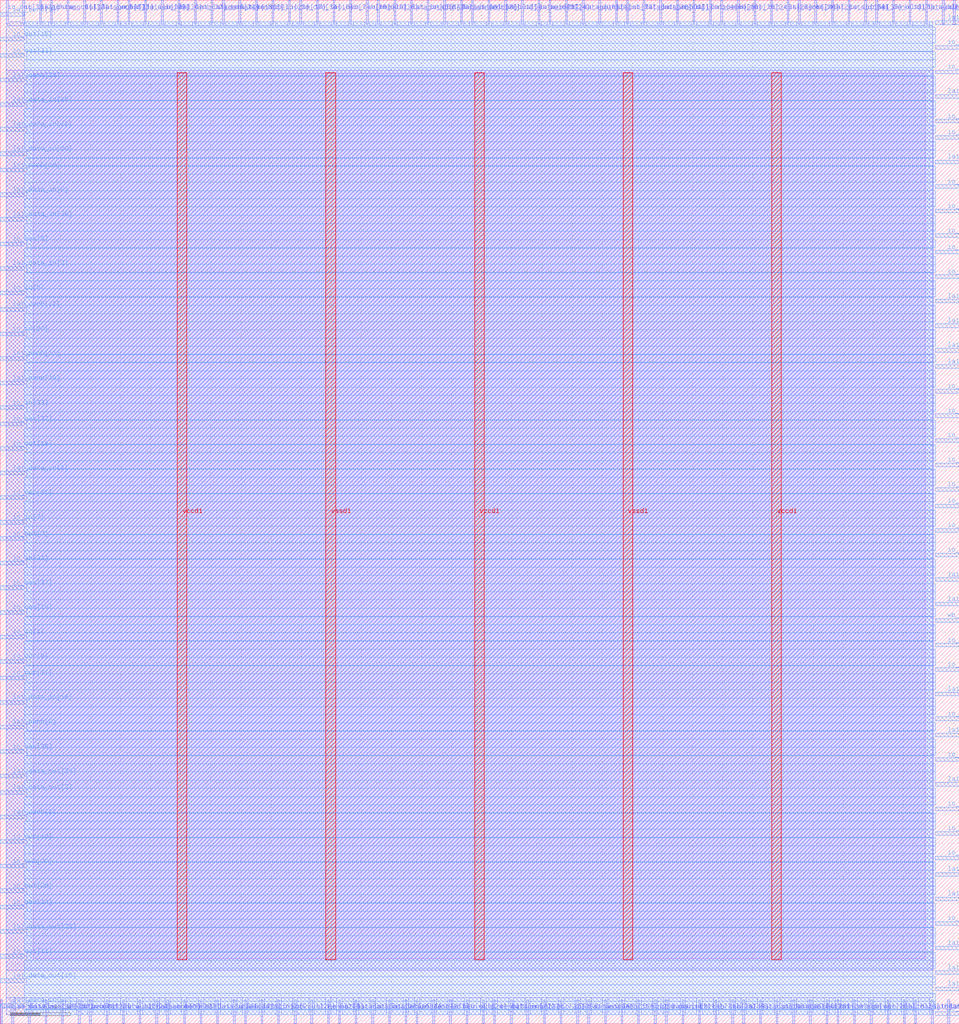
<source format=lef>
VERSION 5.7 ;
  NOWIREEXTENSIONATPIN ON ;
  DIVIDERCHAR "/" ;
  BUSBITCHARS "[]" ;
MACRO wrapped_vga_clock
  CLASS BLOCK ;
  FOREIGN wrapped_vga_clock ;
  ORIGIN 0.000 0.000 ;
  SIZE 159.290 BY 170.010 ;
  PIN active
    DIRECTION INPUT ;
    USE SIGNAL ;
    PORT
      LAYER met2 ;
        RECT 8.370 166.010 8.650 170.010 ;
    END
  END active
  PIN io_in[0]
    DIRECTION INPUT ;
    USE SIGNAL ;
    PORT
      LAYER met2 ;
        RECT 43.330 0.000 43.610 4.000 ;
    END
  END io_in[0]
  PIN io_in[10]
    DIRECTION INPUT ;
    USE SIGNAL ;
    PORT
      LAYER met2 ;
        RECT 96.690 166.010 96.970 170.010 ;
    END
  END io_in[10]
  PIN io_in[11]
    DIRECTION INPUT ;
    USE SIGNAL ;
    PORT
      LAYER met2 ;
        RECT 19.410 166.010 19.690 170.010 ;
    END
  END io_in[11]
  PIN io_in[12]
    DIRECTION INPUT ;
    USE SIGNAL ;
    PORT
      LAYER met3 ;
        RECT 155.290 138.760 159.290 139.360 ;
    END
  END io_in[12]
  PIN io_in[13]
    DIRECTION INPUT ;
    USE SIGNAL ;
    PORT
      LAYER met2 ;
        RECT 67.250 0.000 67.530 4.000 ;
    END
  END io_in[13]
  PIN io_in[14]
    DIRECTION INPUT ;
    USE SIGNAL ;
    PORT
      LAYER met2 ;
        RECT 70.930 166.010 71.210 170.010 ;
    END
  END io_in[14]
  PIN io_in[15]
    DIRECTION INPUT ;
    USE SIGNAL ;
    PORT
      LAYER met3 ;
        RECT 155.290 146.920 159.290 147.520 ;
    END
  END io_in[15]
  PIN io_in[16]
    DIRECTION INPUT ;
    USE SIGNAL ;
    PORT
      LAYER met2 ;
        RECT 151.890 0.000 152.170 4.000 ;
    END
  END io_in[16]
  PIN io_in[17]
    DIRECTION INPUT ;
    USE SIGNAL ;
    PORT
      LAYER met2 ;
        RECT 47.930 166.010 48.210 170.010 ;
    END
  END io_in[17]
  PIN io_in[18]
    DIRECTION INPUT ;
    USE SIGNAL ;
    PORT
      LAYER met2 ;
        RECT 52.530 166.010 52.810 170.010 ;
    END
  END io_in[18]
  PIN io_in[19]
    DIRECTION INPUT ;
    USE SIGNAL ;
    PORT
      LAYER met2 ;
        RECT 121.530 0.000 121.810 4.000 ;
    END
  END io_in[19]
  PIN io_in[1]
    DIRECTION INPUT ;
    USE SIGNAL ;
    PORT
      LAYER met3 ;
        RECT 0.000 63.960 4.000 64.560 ;
    END
  END io_in[1]
  PIN io_in[20]
    DIRECTION INPUT ;
    USE SIGNAL ;
    PORT
      LAYER met3 ;
        RECT 0.000 114.280 4.000 114.880 ;
    END
  END io_in[20]
  PIN io_in[21]
    DIRECTION INPUT ;
    USE SIGNAL ;
    PORT
      LAYER met3 ;
        RECT 0.000 76.200 4.000 76.800 ;
    END
  END io_in[21]
  PIN io_in[22]
    DIRECTION INPUT ;
    USE SIGNAL ;
    PORT
      LAYER met3 ;
        RECT 155.290 35.400 159.290 36.000 ;
    END
  END io_in[22]
  PIN io_in[23]
    DIRECTION INPUT ;
    USE SIGNAL ;
    PORT
      LAYER met2 ;
        RECT 45.170 166.010 45.450 170.010 ;
    END
  END io_in[23]
  PIN io_in[24]
    DIRECTION INPUT ;
    USE SIGNAL ;
    PORT
      LAYER met2 ;
        RECT 36.890 166.010 37.170 170.010 ;
    END
  END io_in[24]
  PIN io_in[25]
    DIRECTION INPUT ;
    USE SIGNAL ;
    PORT
      LAYER met2 ;
        RECT 105.890 0.000 106.170 4.000 ;
    END
  END io_in[25]
  PIN io_in[26]
    DIRECTION INPUT ;
    USE SIGNAL ;
    PORT
      LAYER met2 ;
        RECT 103.130 0.000 103.410 4.000 ;
    END
  END io_in[26]
  PIN io_in[27]
    DIRECTION INPUT ;
    USE SIGNAL ;
    PORT
      LAYER met3 ;
        RECT 155.290 16.360 159.290 16.960 ;
    END
  END io_in[27]
  PIN io_in[28]
    DIRECTION INPUT ;
    USE SIGNAL ;
    PORT
      LAYER met2 ;
        RECT 93.010 0.000 93.290 4.000 ;
    END
  END io_in[28]
  PIN io_in[29]
    DIRECTION INPUT ;
    USE SIGNAL ;
    PORT
      LAYER met2 ;
        RECT 158.330 166.010 158.610 170.010 ;
    END
  END io_in[29]
  PIN io_in[2]
    DIRECTION INPUT ;
    USE SIGNAL ;
    PORT
      LAYER met2 ;
        RECT 46.090 0.000 46.370 4.000 ;
    END
  END io_in[2]
  PIN io_in[30]
    DIRECTION INPUT ;
    USE SIGNAL ;
    PORT
      LAYER met3 ;
        RECT 155.290 50.360 159.290 50.960 ;
    END
  END io_in[30]
  PIN io_in[31]
    DIRECTION INPUT ;
    USE SIGNAL ;
    PORT
      LAYER met2 ;
        RECT 3.770 166.010 4.050 170.010 ;
    END
  END io_in[31]
  PIN io_in[32]
    DIRECTION INPUT ;
    USE SIGNAL ;
    PORT
      LAYER met2 ;
        RECT 87.490 0.000 87.770 4.000 ;
    END
  END io_in[32]
  PIN io_in[33]
    DIRECTION INPUT ;
    USE SIGNAL ;
    PORT
      LAYER met3 ;
        RECT 0.000 102.040 4.000 102.640 ;
    END
  END io_in[33]
  PIN io_in[34]
    DIRECTION INPUT ;
    USE SIGNAL ;
    PORT
      LAYER met2 ;
        RECT 125.210 166.010 125.490 170.010 ;
    END
  END io_in[34]
  PIN io_in[35]
    DIRECTION INPUT ;
    USE SIGNAL ;
    PORT
      LAYER met2 ;
        RECT 140.850 166.010 141.130 170.010 ;
    END
  END io_in[35]
  PIN io_in[36]
    DIRECTION INPUT ;
    USE SIGNAL ;
    PORT
      LAYER met3 ;
        RECT 155.290 96.600 159.290 97.200 ;
    END
  END io_in[36]
  PIN io_in[37]
    DIRECTION INPUT ;
    USE SIGNAL ;
    PORT
      LAYER met2 ;
        RECT 143.610 166.010 143.890 170.010 ;
    END
  END io_in[37]
  PIN io_in[3]
    DIRECTION INPUT ;
    USE SIGNAL ;
    PORT
      LAYER met2 ;
        RECT 99.450 166.010 99.730 170.010 ;
    END
  END io_in[3]
  PIN io_in[4]
    DIRECTION INPUT ;
    USE SIGNAL ;
    PORT
      LAYER met3 ;
        RECT 155.290 92.520 159.290 93.120 ;
    END
  END io_in[4]
  PIN io_in[5]
    DIRECTION INPUT ;
    USE SIGNAL ;
    PORT
      LAYER met3 ;
        RECT 155.290 161.880 159.290 162.480 ;
    END
  END io_in[5]
  PIN io_in[6]
    DIRECTION INPUT ;
    USE SIGNAL ;
    PORT
      LAYER met3 ;
        RECT 0.000 121.080 4.000 121.680 ;
    END
  END io_in[6]
  PIN io_in[7]
    DIRECTION INPUT ;
    USE SIGNAL ;
    PORT
      LAYER met3 ;
        RECT 0.000 83.000 4.000 83.600 ;
    END
  END io_in[7]
  PIN io_in[8]
    DIRECTION INPUT ;
    USE SIGNAL ;
    PORT
      LAYER met3 ;
        RECT 155.290 104.760 159.290 105.360 ;
    END
  END io_in[8]
  PIN io_in[9]
    DIRECTION INPUT ;
    USE SIGNAL ;
    PORT
      LAYER met2 ;
        RECT 42.410 166.010 42.690 170.010 ;
    END
  END io_in[9]
  PIN io_oeb[0]
    DIRECTION OUTPUT TRISTATE ;
    USE SIGNAL ;
    PORT
      LAYER met2 ;
        RECT 74.610 0.000 74.890 4.000 ;
    END
  END io_oeb[0]
  PIN io_oeb[10]
    DIRECTION OUTPUT TRISTATE ;
    USE SIGNAL ;
    PORT
      LAYER met3 ;
        RECT 0.000 68.040 4.000 68.640 ;
    END
  END io_oeb[10]
  PIN io_oeb[11]
    DIRECTION OUTPUT TRISTATE ;
    USE SIGNAL ;
    PORT
      LAYER met3 ;
        RECT 155.290 85.720 159.290 86.320 ;
    END
  END io_oeb[11]
  PIN io_oeb[12]
    DIRECTION OUTPUT TRISTATE ;
    USE SIGNAL ;
    PORT
      LAYER met3 ;
        RECT 155.290 31.320 159.290 31.920 ;
    END
  END io_oeb[12]
  PIN io_oeb[13]
    DIRECTION OUTPUT TRISTATE ;
    USE SIGNAL ;
    PORT
      LAYER met3 ;
        RECT 155.290 27.240 159.290 27.840 ;
    END
  END io_oeb[13]
  PIN io_oeb[14]
    DIRECTION OUTPUT TRISTATE ;
    USE SIGNAL ;
    PORT
      LAYER met3 ;
        RECT 0.000 19.080 4.000 19.680 ;
    END
  END io_oeb[14]
  PIN io_oeb[15]
    DIRECTION OUTPUT TRISTATE ;
    USE SIGNAL ;
    PORT
      LAYER met2 ;
        RECT 58.050 166.010 58.330 170.010 ;
    END
  END io_oeb[15]
  PIN io_oeb[16]
    DIRECTION OUTPUT TRISTATE ;
    USE SIGNAL ;
    PORT
      LAYER met2 ;
        RECT 147.290 0.000 147.570 4.000 ;
    END
  END io_oeb[16]
  PIN io_oeb[17]
    DIRECTION OUTPUT TRISTATE ;
    USE SIGNAL ;
    PORT
      LAYER met2 ;
        RECT 38.730 0.000 39.010 4.000 ;
    END
  END io_oeb[17]
  PIN io_oeb[18]
    DIRECTION OUTPUT TRISTATE ;
    USE SIGNAL ;
    PORT
      LAYER met2 ;
        RECT 119.690 166.010 119.970 170.010 ;
    END
  END io_oeb[18]
  PIN io_oeb[19]
    DIRECTION OUTPUT TRISTATE ;
    USE SIGNAL ;
    PORT
      LAYER met2 ;
        RECT 60.810 166.010 61.090 170.010 ;
    END
  END io_oeb[19]
  PIN io_oeb[1]
    DIRECTION OUTPUT TRISTATE ;
    USE SIGNAL ;
    PORT
      LAYER met2 ;
        RECT 110.490 0.000 110.770 4.000 ;
    END
  END io_oeb[1]
  PIN io_oeb[20]
    DIRECTION OUTPUT TRISTATE ;
    USE SIGNAL ;
    PORT
      LAYER met3 ;
        RECT 155.290 58.520 159.290 59.120 ;
    END
  END io_oeb[20]
  PIN io_oeb[21]
    DIRECTION OUTPUT TRISTATE ;
    USE SIGNAL ;
    PORT
      LAYER met2 ;
        RECT 24.010 166.010 24.290 170.010 ;
    END
  END io_oeb[21]
  PIN io_oeb[22]
    DIRECTION OUTPUT TRISTATE ;
    USE SIGNAL ;
    PORT
      LAYER met2 ;
        RECT 14.810 0.000 15.090 4.000 ;
    END
  END io_oeb[22]
  PIN io_oeb[23]
    DIRECTION OUTPUT TRISTATE ;
    USE SIGNAL ;
    PORT
      LAYER met2 ;
        RECT 89.330 166.010 89.610 170.010 ;
    END
  END io_oeb[23]
  PIN io_oeb[24]
    DIRECTION OUTPUT TRISTATE ;
    USE SIGNAL ;
    PORT
      LAYER met2 ;
        RECT 91.170 166.010 91.450 170.010 ;
    END
  END io_oeb[24]
  PIN io_oeb[25]
    DIRECTION OUTPUT TRISTATE ;
    USE SIGNAL ;
    PORT
      LAYER met2 ;
        RECT 134.410 0.000 134.690 4.000 ;
    END
  END io_oeb[25]
  PIN io_oeb[26]
    DIRECTION OUTPUT TRISTATE ;
    USE SIGNAL ;
    PORT
      LAYER met3 ;
        RECT 155.290 127.880 159.290 128.480 ;
    END
  END io_oeb[26]
  PIN io_oeb[27]
    DIRECTION OUTPUT TRISTATE ;
    USE SIGNAL ;
    PORT
      LAYER met2 ;
        RECT 102.210 166.010 102.490 170.010 ;
    END
  END io_oeb[27]
  PIN io_oeb[28]
    DIRECTION OUTPUT TRISTATE ;
    USE SIGNAL ;
    PORT
      LAYER met2 ;
        RECT 118.770 0.000 119.050 4.000 ;
    END
  END io_oeb[28]
  PIN io_oeb[29]
    DIRECTION OUTPUT TRISTATE ;
    USE SIGNAL ;
    PORT
      LAYER met3 ;
        RECT 155.290 100.680 159.290 101.280 ;
    END
  END io_oeb[29]
  PIN io_oeb[2]
    DIRECTION OUTPUT TRISTATE ;
    USE SIGNAL ;
    PORT
      LAYER met2 ;
        RECT 135.330 166.010 135.610 170.010 ;
    END
  END io_oeb[2]
  PIN io_oeb[30]
    DIRECTION OUTPUT TRISTATE ;
    USE SIGNAL ;
    PORT
      LAYER met2 ;
        RECT 26.770 166.010 27.050 170.010 ;
    END
  END io_oeb[30]
  PIN io_oeb[31]
    DIRECTION OUTPUT TRISTATE ;
    USE SIGNAL ;
    PORT
      LAYER met2 ;
        RECT 116.010 0.000 116.290 4.000 ;
    END
  END io_oeb[31]
  PIN io_oeb[32]
    DIRECTION OUTPUT TRISTATE ;
    USE SIGNAL ;
    PORT
      LAYER met3 ;
        RECT 0.000 99.320 4.000 99.920 ;
    END
  END io_oeb[32]
  PIN io_oeb[33]
    DIRECTION OUTPUT TRISTATE ;
    USE SIGNAL ;
    PORT
      LAYER met2 ;
        RECT 137.170 0.000 137.450 4.000 ;
    END
  END io_oeb[33]
  PIN io_oeb[34]
    DIRECTION OUTPUT TRISTATE ;
    USE SIGNAL ;
    PORT
      LAYER met2 ;
        RECT 49.770 166.010 50.050 170.010 ;
    END
  END io_oeb[34]
  PIN io_oeb[35]
    DIRECTION OUTPUT TRISTATE ;
    USE SIGNAL ;
    PORT
      LAYER met3 ;
        RECT 0.000 87.080 4.000 87.680 ;
    END
  END io_oeb[35]
  PIN io_oeb[36]
    DIRECTION OUTPUT TRISTATE ;
    USE SIGNAL ;
    PORT
      LAYER met3 ;
        RECT 0.000 44.920 4.000 45.520 ;
    END
  END io_oeb[36]
  PIN io_oeb[37]
    DIRECTION OUTPUT TRISTATE ;
    USE SIGNAL ;
    PORT
      LAYER met3 ;
        RECT 0.000 72.120 4.000 72.720 ;
    END
  END io_oeb[37]
  PIN io_oeb[3]
    DIRECTION OUTPUT TRISTATE ;
    USE SIGNAL ;
    PORT
      LAYER met2 ;
        RECT 71.850 0.000 72.130 4.000 ;
    END
  END io_oeb[3]
  PIN io_oeb[4]
    DIRECTION OUTPUT TRISTATE ;
    USE SIGNAL ;
    PORT
      LAYER met2 ;
        RECT 141.770 0.000 142.050 4.000 ;
    END
  END io_oeb[4]
  PIN io_oeb[5]
    DIRECTION OUTPUT TRISTATE ;
    USE SIGNAL ;
    PORT
      LAYER met3 ;
        RECT 0.000 129.240 4.000 129.840 ;
    END
  END io_oeb[5]
  PIN io_oeb[6]
    DIRECTION OUTPUT TRISTATE ;
    USE SIGNAL ;
    PORT
      LAYER met3 ;
        RECT 155.290 43.560 159.290 44.160 ;
    END
  END io_oeb[6]
  PIN io_oeb[7]
    DIRECTION OUTPUT TRISTATE ;
    USE SIGNAL ;
    PORT
      LAYER met2 ;
        RECT 55.290 166.010 55.570 170.010 ;
    END
  END io_oeb[7]
  PIN io_oeb[8]
    DIRECTION OUTPUT TRISTATE ;
    USE SIGNAL ;
    PORT
      LAYER met2 ;
        RECT 12.970 0.000 13.250 4.000 ;
    END
  END io_oeb[8]
  PIN io_oeb[9]
    DIRECTION OUTPUT TRISTATE ;
    USE SIGNAL ;
    PORT
      LAYER met2 ;
        RECT 30.450 0.000 30.730 4.000 ;
    END
  END io_oeb[9]
  PIN io_out[0]
    DIRECTION OUTPUT TRISTATE ;
    USE SIGNAL ;
    PORT
      LAYER met3 ;
        RECT 155.290 157.800 159.290 158.400 ;
    END
  END io_out[0]
  PIN io_out[10]
    DIRECTION OUTPUT TRISTATE ;
    USE SIGNAL ;
    PORT
      LAYER met3 ;
        RECT 155.290 81.640 159.290 82.240 ;
    END
  END io_out[10]
  PIN io_out[11]
    DIRECTION OUTPUT TRISTATE ;
    USE SIGNAL ;
    PORT
      LAYER met3 ;
        RECT 0.000 10.920 4.000 11.520 ;
    END
  END io_out[11]
  PIN io_out[12]
    DIRECTION OUTPUT TRISTATE ;
    USE SIGNAL ;
    PORT
      LAYER met3 ;
        RECT 0.000 29.960 4.000 30.560 ;
    END
  END io_out[12]
  PIN io_out[13]
    DIRECTION OUTPUT TRISTATE ;
    USE SIGNAL ;
    PORT
      LAYER met2 ;
        RECT 113.250 0.000 113.530 4.000 ;
    END
  END io_out[13]
  PIN io_out[14]
    DIRECTION OUTPUT TRISTATE ;
    USE SIGNAL ;
    PORT
      LAYER met3 ;
        RECT 155.290 130.600 159.290 131.200 ;
    END
  END io_out[14]
  PIN io_out[15]
    DIRECTION OUTPUT TRISTATE ;
    USE SIGNAL ;
    PORT
      LAYER met3 ;
        RECT 0.000 163.240 4.000 163.840 ;
    END
  END io_out[15]
  PIN io_out[16]
    DIRECTION OUTPUT TRISTATE ;
    USE SIGNAL ;
    PORT
      LAYER met3 ;
        RECT 155.290 77.560 159.290 78.160 ;
    END
  END io_out[16]
  PIN io_out[17]
    DIRECTION OUTPUT TRISTATE ;
    USE SIGNAL ;
    PORT
      LAYER met2 ;
        RECT 148.210 166.010 148.490 170.010 ;
    END
  END io_out[17]
  PIN io_out[18]
    DIRECTION OUTPUT TRISTATE ;
    USE SIGNAL ;
    PORT
      LAYER met2 ;
        RECT 131.650 0.000 131.930 4.000 ;
    END
  END io_out[18]
  PIN io_out[19]
    DIRECTION OUTPUT TRISTATE ;
    USE SIGNAL ;
    PORT
      LAYER met3 ;
        RECT 0.000 95.240 4.000 95.840 ;
    END
  END io_out[19]
  PIN io_out[1]
    DIRECTION OUTPUT TRISTATE ;
    USE SIGNAL ;
    PORT
      LAYER met2 ;
        RECT 112.330 166.010 112.610 170.010 ;
    END
  END io_out[1]
  PIN io_out[20]
    DIRECTION OUTPUT TRISTATE ;
    USE SIGNAL ;
    PORT
      LAYER met2 ;
        RECT 132.570 166.010 132.850 170.010 ;
    END
  END io_out[20]
  PIN io_out[21]
    DIRECTION OUTPUT TRISTATE ;
    USE SIGNAL ;
    PORT
      LAYER met3 ;
        RECT 0.000 160.520 4.000 161.120 ;
    END
  END io_out[21]
  PIN io_out[22]
    DIRECTION OUTPUT TRISTATE ;
    USE SIGNAL ;
    PORT
      LAYER met2 ;
        RECT 90.250 0.000 90.530 4.000 ;
    END
  END io_out[22]
  PIN io_out[23]
    DIRECTION OUTPUT TRISTATE ;
    USE SIGNAL ;
    PORT
      LAYER met3 ;
        RECT 155.290 62.600 159.290 63.200 ;
    END
  END io_out[23]
  PIN io_out[24]
    DIRECTION OUTPUT TRISTATE ;
    USE SIGNAL ;
    PORT
      LAYER met2 ;
        RECT 77.370 0.000 77.650 4.000 ;
    END
  END io_out[24]
  PIN io_out[25]
    DIRECTION OUTPUT TRISTATE ;
    USE SIGNAL ;
    PORT
      LAYER met2 ;
        RECT 122.450 166.010 122.730 170.010 ;
    END
  END io_out[25]
  PIN io_out[26]
    DIRECTION OUTPUT TRISTATE ;
    USE SIGNAL ;
    PORT
      LAYER met3 ;
        RECT 0.000 21.800 4.000 22.400 ;
    END
  END io_out[26]
  PIN io_out[27]
    DIRECTION OUTPUT TRISTATE ;
    USE SIGNAL ;
    PORT
      LAYER met2 ;
        RECT 127.970 166.010 128.250 170.010 ;
    END
  END io_out[27]
  PIN io_out[28]
    DIRECTION OUTPUT TRISTATE ;
    USE SIGNAL ;
    PORT
      LAYER met2 ;
        RECT 48.850 0.000 49.130 4.000 ;
    END
  END io_out[28]
  PIN io_out[29]
    DIRECTION OUTPUT TRISTATE ;
    USE SIGNAL ;
    PORT
      LAYER met2 ;
        RECT 144.530 0.000 144.810 4.000 ;
    END
  END io_out[29]
  PIN io_out[2]
    DIRECTION OUTPUT TRISTATE ;
    USE SIGNAL ;
    PORT
      LAYER met2 ;
        RECT 20.330 0.000 20.610 4.000 ;
    END
  END io_out[2]
  PIN io_out[30]
    DIRECTION OUTPUT TRISTATE ;
    USE SIGNAL ;
    PORT
      LAYER met3 ;
        RECT 0.000 25.880 4.000 26.480 ;
    END
  END io_out[30]
  PIN io_out[31]
    DIRECTION OUTPUT TRISTATE ;
    USE SIGNAL ;
    PORT
      LAYER met3 ;
        RECT 0.000 57.160 4.000 57.760 ;
    END
  END io_out[31]
  PIN io_out[32]
    DIRECTION OUTPUT TRISTATE ;
    USE SIGNAL ;
    PORT
      LAYER met2 ;
        RECT 11.130 166.010 11.410 170.010 ;
    END
  END io_out[32]
  PIN io_out[33]
    DIRECTION OUTPUT TRISTATE ;
    USE SIGNAL ;
    PORT
      LAYER met3 ;
        RECT 155.290 1.400 159.290 2.000 ;
    END
  END io_out[33]
  PIN io_out[34]
    DIRECTION OUTPUT TRISTATE ;
    USE SIGNAL ;
    PORT
      LAYER met3 ;
        RECT 155.290 134.680 159.290 135.280 ;
    END
  END io_out[34]
  PIN io_out[35]
    DIRECTION OUTPUT TRISTATE ;
    USE SIGNAL ;
    PORT
      LAYER met3 ;
        RECT 155.290 123.800 159.290 124.400 ;
    END
  END io_out[35]
  PIN io_out[36]
    DIRECTION OUTPUT TRISTATE ;
    USE SIGNAL ;
    PORT
      LAYER met2 ;
        RECT 62.650 166.010 62.930 170.010 ;
    END
  END io_out[36]
  PIN io_out[37]
    DIRECTION OUTPUT TRISTATE ;
    USE SIGNAL ;
    PORT
      LAYER met3 ;
        RECT 155.290 149.640 159.290 150.240 ;
    END
  END io_out[37]
  PIN io_out[3]
    DIRECTION OUTPUT TRISTATE ;
    USE SIGNAL ;
    PORT
      LAYER met2 ;
        RECT 1.010 166.010 1.290 170.010 ;
    END
  END io_out[3]
  PIN io_out[4]
    DIRECTION OUTPUT TRISTATE ;
    USE SIGNAL ;
    PORT
      LAYER met3 ;
        RECT 155.290 88.440 159.290 89.040 ;
    END
  END io_out[4]
  PIN io_out[5]
    DIRECTION OUTPUT TRISTATE ;
    USE SIGNAL ;
    PORT
      LAYER met2 ;
        RECT 83.810 166.010 84.090 170.010 ;
    END
  END io_out[5]
  PIN io_out[6]
    DIRECTION OUTPUT TRISTATE ;
    USE SIGNAL ;
    PORT
      LAYER met2 ;
        RECT 153.730 166.010 154.010 170.010 ;
    END
  END io_out[6]
  PIN io_out[7]
    DIRECTION OUTPUT TRISTATE ;
    USE SIGNAL ;
    PORT
      LAYER met3 ;
        RECT 0.000 80.280 4.000 80.880 ;
    END
  END io_out[7]
  PIN io_out[8]
    DIRECTION OUTPUT TRISTATE ;
    USE SIGNAL ;
    PORT
      LAYER met2 ;
        RECT 54.370 0.000 54.650 4.000 ;
    END
  END io_out[8]
  PIN io_out[9]
    DIRECTION OUTPUT TRISTATE ;
    USE SIGNAL ;
    PORT
      LAYER met3 ;
        RECT 0.000 59.880 4.000 60.480 ;
    END
  END io_out[9]
  PIN la1_data_in[0]
    DIRECTION INPUT ;
    USE SIGNAL ;
    PORT
      LAYER met3 ;
        RECT 155.290 5.480 159.290 6.080 ;
    END
  END la1_data_in[0]
  PIN la1_data_in[10]
    DIRECTION INPUT ;
    USE SIGNAL ;
    PORT
      LAYER met2 ;
        RECT 61.730 0.000 62.010 4.000 ;
    END
  END la1_data_in[10]
  PIN la1_data_in[11]
    DIRECTION INPUT ;
    USE SIGNAL ;
    PORT
      LAYER met2 ;
        RECT 157.410 0.000 157.690 4.000 ;
    END
  END la1_data_in[11]
  PIN la1_data_in[12]
    DIRECTION INPUT ;
    USE SIGNAL ;
    PORT
      LAYER met3 ;
        RECT 0.000 148.280 4.000 148.880 ;
    END
  END la1_data_in[12]
  PIN la1_data_in[13]
    DIRECTION INPUT ;
    USE SIGNAL ;
    PORT
      LAYER met2 ;
        RECT 95.770 0.000 96.050 4.000 ;
    END
  END la1_data_in[13]
  PIN la1_data_in[14]
    DIRECTION INPUT ;
    USE SIGNAL ;
    PORT
      LAYER met3 ;
        RECT 0.000 53.080 4.000 53.680 ;
    END
  END la1_data_in[14]
  PIN la1_data_in[15]
    DIRECTION INPUT ;
    USE SIGNAL ;
    PORT
      LAYER met2 ;
        RECT 65.410 166.010 65.690 170.010 ;
    END
  END la1_data_in[15]
  PIN la1_data_in[16]
    DIRECTION INPUT ;
    USE SIGNAL ;
    PORT
      LAYER met2 ;
        RECT 106.810 166.010 107.090 170.010 ;
    END
  END la1_data_in[16]
  PIN la1_data_in[17]
    DIRECTION INPUT ;
    USE SIGNAL ;
    PORT
      LAYER met2 ;
        RECT 86.570 166.010 86.850 170.010 ;
    END
  END la1_data_in[17]
  PIN la1_data_in[18]
    DIRECTION INPUT ;
    USE SIGNAL ;
    PORT
      LAYER met2 ;
        RECT 123.370 0.000 123.650 4.000 ;
    END
  END la1_data_in[18]
  PIN la1_data_in[19]
    DIRECTION INPUT ;
    USE SIGNAL ;
    PORT
      LAYER met2 ;
        RECT 68.170 166.010 68.450 170.010 ;
    END
  END la1_data_in[19]
  PIN la1_data_in[1]
    DIRECTION INPUT ;
    USE SIGNAL ;
    PORT
      LAYER met2 ;
        RECT 56.210 0.000 56.490 4.000 ;
    END
  END la1_data_in[1]
  PIN la1_data_in[20]
    DIRECTION INPUT ;
    USE SIGNAL ;
    PORT
      LAYER met3 ;
        RECT 0.000 144.200 4.000 144.800 ;
    END
  END la1_data_in[20]
  PIN la1_data_in[21]
    DIRECTION INPUT ;
    USE SIGNAL ;
    PORT
      LAYER met2 ;
        RECT 156.490 166.010 156.770 170.010 ;
    END
  END la1_data_in[21]
  PIN la1_data_in[22]
    DIRECTION INPUT ;
    USE SIGNAL ;
    PORT
      LAYER met3 ;
        RECT 155.290 8.200 159.290 8.800 ;
    END
  END la1_data_in[22]
  PIN la1_data_in[23]
    DIRECTION INPUT ;
    USE SIGNAL ;
    PORT
      LAYER met3 ;
        RECT 0.000 2.760 4.000 3.360 ;
    END
  END la1_data_in[23]
  PIN la1_data_in[24]
    DIRECTION INPUT ;
    USE SIGNAL ;
    PORT
      LAYER met2 ;
        RECT 40.570 0.000 40.850 4.000 ;
    END
  END la1_data_in[24]
  PIN la1_data_in[25]
    DIRECTION INPUT ;
    USE SIGNAL ;
    PORT
      LAYER met3 ;
        RECT 0.000 152.360 4.000 152.960 ;
    END
  END la1_data_in[25]
  PIN la1_data_in[26]
    DIRECTION INPUT ;
    USE SIGNAL ;
    PORT
      LAYER met2 ;
        RECT 150.050 0.000 150.330 4.000 ;
    END
  END la1_data_in[26]
  PIN la1_data_in[27]
    DIRECTION INPUT ;
    USE SIGNAL ;
    PORT
      LAYER met2 ;
        RECT 81.970 0.000 82.250 4.000 ;
    END
  END la1_data_in[27]
  PIN la1_data_in[28]
    DIRECTION INPUT ;
    USE SIGNAL ;
    PORT
      LAYER met3 ;
        RECT 0.000 133.320 4.000 133.920 ;
    END
  END la1_data_in[28]
  PIN la1_data_in[29]
    DIRECTION INPUT ;
    USE SIGNAL ;
    PORT
      LAYER met2 ;
        RECT 21.250 166.010 21.530 170.010 ;
    END
  END la1_data_in[29]
  PIN la1_data_in[2]
    DIRECTION INPUT ;
    USE SIGNAL ;
    PORT
      LAYER met2 ;
        RECT 33.210 0.000 33.490 4.000 ;
    END
  END la1_data_in[2]
  PIN la1_data_in[30]
    DIRECTION INPUT ;
    USE SIGNAL ;
    PORT
      LAYER met2 ;
        RECT 4.690 0.000 4.970 4.000 ;
    END
  END la1_data_in[30]
  PIN la1_data_in[31]
    DIRECTION INPUT ;
    USE SIGNAL ;
    PORT
      LAYER met2 ;
        RECT 108.650 0.000 108.930 4.000 ;
    END
  END la1_data_in[31]
  PIN la1_data_in[3]
    DIRECTION INPUT ;
    USE SIGNAL ;
    PORT
      LAYER met3 ;
        RECT 0.000 125.160 4.000 125.760 ;
    END
  END la1_data_in[3]
  PIN la1_data_in[4]
    DIRECTION INPUT ;
    USE SIGNAL ;
    PORT
      LAYER met2 ;
        RECT 138.090 166.010 138.370 170.010 ;
    END
  END la1_data_in[4]
  PIN la1_data_in[5]
    DIRECTION INPUT ;
    USE SIGNAL ;
    PORT
      LAYER met3 ;
        RECT 155.290 69.400 159.290 70.000 ;
    END
  END la1_data_in[5]
  PIN la1_data_in[6]
    DIRECTION INPUT ;
    USE SIGNAL ;
    PORT
      LAYER met2 ;
        RECT 73.690 166.010 73.970 170.010 ;
    END
  END la1_data_in[6]
  PIN la1_data_in[7]
    DIRECTION INPUT ;
    USE SIGNAL ;
    PORT
      LAYER met3 ;
        RECT 0.000 91.160 4.000 91.760 ;
    END
  END la1_data_in[7]
  PIN la1_data_in[8]
    DIRECTION INPUT ;
    USE SIGNAL ;
    PORT
      LAYER met2 ;
        RECT 76.450 166.010 76.730 170.010 ;
    END
  END la1_data_in[8]
  PIN la1_data_in[9]
    DIRECTION INPUT ;
    USE SIGNAL ;
    PORT
      LAYER met3 ;
        RECT 0.000 137.400 4.000 138.000 ;
    END
  END la1_data_in[9]
  PIN la1_data_out[0]
    DIRECTION OUTPUT TRISTATE ;
    USE SIGNAL ;
    PORT
      LAYER met2 ;
        RECT 23.090 0.000 23.370 4.000 ;
    END
  END la1_data_out[0]
  PIN la1_data_out[10]
    DIRECTION OUTPUT TRISTATE ;
    USE SIGNAL ;
    PORT
      LAYER met3 ;
        RECT 155.290 20.440 159.290 21.040 ;
    END
  END la1_data_out[10]
  PIN la1_data_out[11]
    DIRECTION OUTPUT TRISTATE ;
    USE SIGNAL ;
    PORT
      LAYER met2 ;
        RECT 64.490 0.000 64.770 4.000 ;
    END
  END la1_data_out[11]
  PIN la1_data_out[12]
    DIRECTION OUTPUT TRISTATE ;
    USE SIGNAL ;
    PORT
      LAYER met3 ;
        RECT 155.290 153.720 159.290 154.320 ;
    END
  END la1_data_out[12]
  PIN la1_data_out[13]
    DIRECTION OUTPUT TRISTATE ;
    USE SIGNAL ;
    PORT
      LAYER met2 ;
        RECT 32.290 166.010 32.570 170.010 ;
    END
  END la1_data_out[13]
  PIN la1_data_out[14]
    DIRECTION OUTPUT TRISTATE ;
    USE SIGNAL ;
    PORT
      LAYER met2 ;
        RECT 93.930 166.010 94.210 170.010 ;
    END
  END la1_data_out[14]
  PIN la1_data_out[15]
    DIRECTION OUTPUT TRISTATE ;
    USE SIGNAL ;
    PORT
      LAYER met3 ;
        RECT 0.000 6.840 4.000 7.440 ;
    END
  END la1_data_out[15]
  PIN la1_data_out[16]
    DIRECTION OUTPUT TRISTATE ;
    USE SIGNAL ;
    PORT
      LAYER met3 ;
        RECT 155.290 39.480 159.290 40.080 ;
    END
  END la1_data_out[16]
  PIN la1_data_out[17]
    DIRECTION OUTPUT TRISTATE ;
    USE SIGNAL ;
    PORT
      LAYER met3 ;
        RECT 155.290 115.640 159.290 116.240 ;
    END
  END la1_data_out[17]
  PIN la1_data_out[18]
    DIRECTION OUTPUT TRISTATE ;
    USE SIGNAL ;
    PORT
      LAYER met2 ;
        RECT 35.050 166.010 35.330 170.010 ;
    END
  END la1_data_out[18]
  PIN la1_data_out[19]
    DIRECTION OUTPUT TRISTATE ;
    USE SIGNAL ;
    PORT
      LAYER met3 ;
        RECT 155.290 73.480 159.290 74.080 ;
    END
  END la1_data_out[19]
  PIN la1_data_out[1]
    DIRECTION OUTPUT TRISTATE ;
    USE SIGNAL ;
    PORT
      LAYER met2 ;
        RECT 6.530 166.010 6.810 170.010 ;
    END
  END la1_data_out[1]
  PIN la1_data_out[20]
    DIRECTION OUTPUT TRISTATE ;
    USE SIGNAL ;
    PORT
      LAYER met3 ;
        RECT 0.000 40.840 4.000 41.440 ;
    END
  END la1_data_out[20]
  PIN la1_data_out[21]
    DIRECTION OUTPUT TRISTATE ;
    USE SIGNAL ;
    PORT
      LAYER met3 ;
        RECT 155.290 142.840 159.290 143.440 ;
    END
  END la1_data_out[21]
  PIN la1_data_out[22]
    DIRECTION OUTPUT TRISTATE ;
    USE SIGNAL ;
    PORT
      LAYER met2 ;
        RECT 104.050 166.010 104.330 170.010 ;
    END
  END la1_data_out[22]
  PIN la1_data_out[23]
    DIRECTION OUTPUT TRISTATE ;
    USE SIGNAL ;
    PORT
      LAYER met2 ;
        RECT 35.970 0.000 36.250 4.000 ;
    END
  END la1_data_out[23]
  PIN la1_data_out[24]
    DIRECTION OUTPUT TRISTATE ;
    USE SIGNAL ;
    PORT
      LAYER met3 ;
        RECT 155.290 47.640 159.290 48.240 ;
    END
  END la1_data_out[24]
  PIN la1_data_out[25]
    DIRECTION OUTPUT TRISTATE ;
    USE SIGNAL ;
    PORT
      LAYER met3 ;
        RECT 0.000 15.000 4.000 15.600 ;
    END
  END la1_data_out[25]
  PIN la1_data_out[26]
    DIRECTION OUTPUT TRISTATE ;
    USE SIGNAL ;
    PORT
      LAYER met2 ;
        RECT 154.650 0.000 154.930 4.000 ;
    END
  END la1_data_out[26]
  PIN la1_data_out[27]
    DIRECTION OUTPUT TRISTATE ;
    USE SIGNAL ;
    PORT
      LAYER met2 ;
        RECT 13.890 166.010 14.170 170.010 ;
    END
  END la1_data_out[27]
  PIN la1_data_out[28]
    DIRECTION OUTPUT TRISTATE ;
    USE SIGNAL ;
    PORT
      LAYER met2 ;
        RECT 126.130 0.000 126.410 4.000 ;
    END
  END la1_data_out[28]
  PIN la1_data_out[29]
    DIRECTION OUTPUT TRISTATE ;
    USE SIGNAL ;
    PORT
      LAYER met2 ;
        RECT 17.570 0.000 17.850 4.000 ;
    END
  END la1_data_out[29]
  PIN la1_data_out[2]
    DIRECTION OUTPUT TRISTATE ;
    USE SIGNAL ;
    PORT
      LAYER met2 ;
        RECT 58.970 0.000 59.250 4.000 ;
    END
  END la1_data_out[2]
  PIN la1_data_out[30]
    DIRECTION OUTPUT TRISTATE ;
    USE SIGNAL ;
    PORT
      LAYER met3 ;
        RECT 155.290 24.520 159.290 25.120 ;
    END
  END la1_data_out[30]
  PIN la1_data_out[31]
    DIRECTION OUTPUT TRISTATE ;
    USE SIGNAL ;
    PORT
      LAYER met3 ;
        RECT 155.290 165.960 159.290 166.560 ;
    END
  END la1_data_out[31]
  PIN la1_data_out[3]
    DIRECTION OUTPUT TRISTATE ;
    USE SIGNAL ;
    PORT
      LAYER met3 ;
        RECT 0.000 38.120 4.000 38.720 ;
    END
  END la1_data_out[3]
  PIN la1_data_out[4]
    DIRECTION OUTPUT TRISTATE ;
    USE SIGNAL ;
    PORT
      LAYER met2 ;
        RECT 128.890 0.000 129.170 4.000 ;
    END
  END la1_data_out[4]
  PIN la1_data_out[5]
    DIRECTION OUTPUT TRISTATE ;
    USE SIGNAL ;
    PORT
      LAYER met2 ;
        RECT 10.210 0.000 10.490 4.000 ;
    END
  END la1_data_out[5]
  PIN la1_data_out[6]
    DIRECTION OUTPUT TRISTATE ;
    USE SIGNAL ;
    PORT
      LAYER met3 ;
        RECT 155.290 54.440 159.290 55.040 ;
    END
  END la1_data_out[6]
  PIN la1_data_out[7]
    DIRECTION OUTPUT TRISTATE ;
    USE SIGNAL ;
    PORT
      LAYER met2 ;
        RECT 1.930 0.000 2.210 4.000 ;
    END
  END la1_data_out[7]
  PIN la1_data_out[8]
    DIRECTION OUTPUT TRISTATE ;
    USE SIGNAL ;
    PORT
      LAYER met3 ;
        RECT 155.290 119.720 159.290 120.320 ;
    END
  END la1_data_out[8]
  PIN la1_data_out[9]
    DIRECTION OUTPUT TRISTATE ;
    USE SIGNAL ;
    PORT
      LAYER met2 ;
        RECT 150.970 166.010 151.250 170.010 ;
    END
  END la1_data_out[9]
  PIN la1_oenb[0]
    DIRECTION INPUT ;
    USE SIGNAL ;
    PORT
      LAYER met2 ;
        RECT 139.010 0.000 139.290 4.000 ;
    END
  END la1_oenb[0]
  PIN la1_oenb[10]
    DIRECTION INPUT ;
    USE SIGNAL ;
    PORT
      LAYER met2 ;
        RECT 145.450 166.010 145.730 170.010 ;
    END
  END la1_oenb[10]
  PIN la1_oenb[11]
    DIRECTION INPUT ;
    USE SIGNAL ;
    PORT
      LAYER met3 ;
        RECT 0.000 110.200 4.000 110.800 ;
    END
  END la1_oenb[11]
  PIN la1_oenb[12]
    DIRECTION INPUT ;
    USE SIGNAL ;
    PORT
      LAYER met3 ;
        RECT 0.000 118.360 4.000 118.960 ;
    END
  END la1_oenb[12]
  PIN la1_oenb[13]
    DIRECTION INPUT ;
    USE SIGNAL ;
    PORT
      LAYER met2 ;
        RECT 84.730 0.000 85.010 4.000 ;
    END
  END la1_oenb[13]
  PIN la1_oenb[14]
    DIRECTION INPUT ;
    USE SIGNAL ;
    PORT
      LAYER met2 ;
        RECT 0.090 0.000 0.370 4.000 ;
    END
  END la1_oenb[14]
  PIN la1_oenb[15]
    DIRECTION INPUT ;
    USE SIGNAL ;
    PORT
      LAYER met2 ;
        RECT 100.370 0.000 100.650 4.000 ;
    END
  END la1_oenb[15]
  PIN la1_oenb[16]
    DIRECTION INPUT ;
    USE SIGNAL ;
    PORT
      LAYER met3 ;
        RECT 0.000 141.480 4.000 142.080 ;
    END
  END la1_oenb[16]
  PIN la1_oenb[17]
    DIRECTION INPUT ;
    USE SIGNAL ;
    PORT
      LAYER met2 ;
        RECT 29.530 166.010 29.810 170.010 ;
    END
  END la1_oenb[17]
  PIN la1_oenb[18]
    DIRECTION INPUT ;
    USE SIGNAL ;
    PORT
      LAYER met2 ;
        RECT 81.050 166.010 81.330 170.010 ;
    END
  END la1_oenb[18]
  PIN la1_oenb[19]
    DIRECTION INPUT ;
    USE SIGNAL ;
    PORT
      LAYER met3 ;
        RECT 0.000 106.120 4.000 106.720 ;
    END
  END la1_oenb[19]
  PIN la1_oenb[1]
    DIRECTION INPUT ;
    USE SIGNAL ;
    PORT
      LAYER met2 ;
        RECT 25.850 0.000 26.130 4.000 ;
    END
  END la1_oenb[1]
  PIN la1_oenb[20]
    DIRECTION INPUT ;
    USE SIGNAL ;
    PORT
      LAYER met2 ;
        RECT 7.450 0.000 7.730 4.000 ;
    END
  END la1_oenb[20]
  PIN la1_oenb[21]
    DIRECTION INPUT ;
    USE SIGNAL ;
    PORT
      LAYER met2 ;
        RECT 109.570 166.010 109.850 170.010 ;
    END
  END la1_oenb[21]
  PIN la1_oenb[22]
    DIRECTION INPUT ;
    USE SIGNAL ;
    PORT
      LAYER met2 ;
        RECT 78.290 166.010 78.570 170.010 ;
    END
  END la1_oenb[22]
  PIN la1_oenb[23]
    DIRECTION INPUT ;
    USE SIGNAL ;
    PORT
      LAYER met2 ;
        RECT 69.090 0.000 69.370 4.000 ;
    END
  END la1_oenb[23]
  PIN la1_oenb[24]
    DIRECTION INPUT ;
    USE SIGNAL ;
    PORT
      LAYER met2 ;
        RECT 130.730 166.010 131.010 170.010 ;
    END
  END la1_oenb[24]
  PIN la1_oenb[25]
    DIRECTION INPUT ;
    USE SIGNAL ;
    PORT
      LAYER met3 ;
        RECT 155.290 12.280 159.290 12.880 ;
    END
  END la1_oenb[25]
  PIN la1_oenb[26]
    DIRECTION INPUT ;
    USE SIGNAL ;
    PORT
      LAYER met3 ;
        RECT 0.000 156.440 4.000 157.040 ;
    END
  END la1_oenb[26]
  PIN la1_oenb[27]
    DIRECTION INPUT ;
    USE SIGNAL ;
    PORT
      LAYER met3 ;
        RECT 155.290 111.560 159.290 112.160 ;
    END
  END la1_oenb[27]
  PIN la1_oenb[28]
    DIRECTION INPUT ;
    USE SIGNAL ;
    PORT
      LAYER met2 ;
        RECT 27.690 0.000 27.970 4.000 ;
    END
  END la1_oenb[28]
  PIN la1_oenb[29]
    DIRECTION INPUT ;
    USE SIGNAL ;
    PORT
      LAYER met2 ;
        RECT 51.610 0.000 51.890 4.000 ;
    END
  END la1_oenb[29]
  PIN la1_oenb[2]
    DIRECTION INPUT ;
    USE SIGNAL ;
    PORT
      LAYER met3 ;
        RECT 0.000 34.040 4.000 34.640 ;
    END
  END la1_oenb[2]
  PIN la1_oenb[30]
    DIRECTION INPUT ;
    USE SIGNAL ;
    PORT
      LAYER met3 ;
        RECT 155.290 108.840 159.290 109.440 ;
    END
  END la1_oenb[30]
  PIN la1_oenb[31]
    DIRECTION INPUT ;
    USE SIGNAL ;
    PORT
      LAYER met2 ;
        RECT 80.130 0.000 80.410 4.000 ;
    END
  END la1_oenb[31]
  PIN la1_oenb[3]
    DIRECTION INPUT ;
    USE SIGNAL ;
    PORT
      LAYER met2 ;
        RECT 117.850 166.010 118.130 170.010 ;
    END
  END la1_oenb[3]
  PIN la1_oenb[4]
    DIRECTION INPUT ;
    USE SIGNAL ;
    PORT
      LAYER met2 ;
        RECT 115.090 166.010 115.370 170.010 ;
    END
  END la1_oenb[4]
  PIN la1_oenb[5]
    DIRECTION INPUT ;
    USE SIGNAL ;
    PORT
      LAYER met2 ;
        RECT 16.650 166.010 16.930 170.010 ;
    END
  END la1_oenb[5]
  PIN la1_oenb[6]
    DIRECTION INPUT ;
    USE SIGNAL ;
    PORT
      LAYER met2 ;
        RECT 39.650 166.010 39.930 170.010 ;
    END
  END la1_oenb[6]
  PIN la1_oenb[7]
    DIRECTION INPUT ;
    USE SIGNAL ;
    PORT
      LAYER met2 ;
        RECT 97.610 0.000 97.890 4.000 ;
    END
  END la1_oenb[7]
  PIN la1_oenb[8]
    DIRECTION INPUT ;
    USE SIGNAL ;
    PORT
      LAYER met3 ;
        RECT 0.000 49.000 4.000 49.600 ;
    END
  END la1_oenb[8]
  PIN la1_oenb[9]
    DIRECTION INPUT ;
    USE SIGNAL ;
    PORT
      LAYER met3 ;
        RECT 0.000 167.320 4.000 167.920 ;
    END
  END la1_oenb[9]
  PIN vccd1
    DIRECTION INPUT ;
    USE POWER ;
    PORT
      LAYER met4 ;
        RECT 29.405 10.640 31.005 158.000 ;
    END
    PORT
      LAYER met4 ;
        RECT 78.775 10.640 80.375 158.000 ;
    END
    PORT
      LAYER met4 ;
        RECT 128.150 10.640 129.750 158.000 ;
    END
  END vccd1
  PIN vssd1
    DIRECTION INPUT ;
    USE GROUND ;
    PORT
      LAYER met4 ;
        RECT 54.090 10.640 55.690 158.000 ;
    END
    PORT
      LAYER met4 ;
        RECT 103.465 10.640 105.065 158.000 ;
    END
  END vssd1
  PIN wb_clk_i
    DIRECTION INPUT ;
    USE SIGNAL ;
    PORT
      LAYER met3 ;
        RECT 155.290 66.680 159.290 67.280 ;
    END
  END wb_clk_i
  OBS
      LAYER li1 ;
        RECT 5.520 10.795 153.640 157.845 ;
      LAYER met1 ;
        RECT 0.990 8.880 154.950 158.400 ;
      LAYER met2 ;
        RECT 1.570 165.730 3.490 166.445 ;
        RECT 4.330 165.730 6.250 166.445 ;
        RECT 7.090 165.730 8.090 166.445 ;
        RECT 8.930 165.730 10.850 166.445 ;
        RECT 11.690 165.730 13.610 166.445 ;
        RECT 14.450 165.730 16.370 166.445 ;
        RECT 17.210 165.730 19.130 166.445 ;
        RECT 19.970 165.730 20.970 166.445 ;
        RECT 21.810 165.730 23.730 166.445 ;
        RECT 24.570 165.730 26.490 166.445 ;
        RECT 27.330 165.730 29.250 166.445 ;
        RECT 30.090 165.730 32.010 166.445 ;
        RECT 32.850 165.730 34.770 166.445 ;
        RECT 35.610 165.730 36.610 166.445 ;
        RECT 37.450 165.730 39.370 166.445 ;
        RECT 40.210 165.730 42.130 166.445 ;
        RECT 42.970 165.730 44.890 166.445 ;
        RECT 45.730 165.730 47.650 166.445 ;
        RECT 48.490 165.730 49.490 166.445 ;
        RECT 50.330 165.730 52.250 166.445 ;
        RECT 53.090 165.730 55.010 166.445 ;
        RECT 55.850 165.730 57.770 166.445 ;
        RECT 58.610 165.730 60.530 166.445 ;
        RECT 61.370 165.730 62.370 166.445 ;
        RECT 63.210 165.730 65.130 166.445 ;
        RECT 65.970 165.730 67.890 166.445 ;
        RECT 68.730 165.730 70.650 166.445 ;
        RECT 71.490 165.730 73.410 166.445 ;
        RECT 74.250 165.730 76.170 166.445 ;
        RECT 77.010 165.730 78.010 166.445 ;
        RECT 78.850 165.730 80.770 166.445 ;
        RECT 81.610 165.730 83.530 166.445 ;
        RECT 84.370 165.730 86.290 166.445 ;
        RECT 87.130 165.730 89.050 166.445 ;
        RECT 89.890 165.730 90.890 166.445 ;
        RECT 91.730 165.730 93.650 166.445 ;
        RECT 94.490 165.730 96.410 166.445 ;
        RECT 97.250 165.730 99.170 166.445 ;
        RECT 100.010 165.730 101.930 166.445 ;
        RECT 102.770 165.730 103.770 166.445 ;
        RECT 104.610 165.730 106.530 166.445 ;
        RECT 107.370 165.730 109.290 166.445 ;
        RECT 110.130 165.730 112.050 166.445 ;
        RECT 112.890 165.730 114.810 166.445 ;
        RECT 115.650 165.730 117.570 166.445 ;
        RECT 118.410 165.730 119.410 166.445 ;
        RECT 120.250 165.730 122.170 166.445 ;
        RECT 123.010 165.730 124.930 166.445 ;
        RECT 125.770 165.730 127.690 166.445 ;
        RECT 128.530 165.730 130.450 166.445 ;
        RECT 131.290 165.730 132.290 166.445 ;
        RECT 133.130 165.730 135.050 166.445 ;
        RECT 135.890 165.730 137.810 166.445 ;
        RECT 138.650 165.730 140.570 166.445 ;
        RECT 141.410 165.730 143.330 166.445 ;
        RECT 144.170 165.730 145.170 166.445 ;
        RECT 146.010 165.730 147.930 166.445 ;
        RECT 148.770 165.730 150.690 166.445 ;
        RECT 151.530 165.730 153.450 166.445 ;
        RECT 154.290 165.730 154.920 166.445 ;
        RECT 1.020 4.280 154.920 165.730 ;
        RECT 1.020 1.515 1.650 4.280 ;
        RECT 2.490 1.515 4.410 4.280 ;
        RECT 5.250 1.515 7.170 4.280 ;
        RECT 8.010 1.515 9.930 4.280 ;
        RECT 10.770 1.515 12.690 4.280 ;
        RECT 13.530 1.515 14.530 4.280 ;
        RECT 15.370 1.515 17.290 4.280 ;
        RECT 18.130 1.515 20.050 4.280 ;
        RECT 20.890 1.515 22.810 4.280 ;
        RECT 23.650 1.515 25.570 4.280 ;
        RECT 26.410 1.515 27.410 4.280 ;
        RECT 28.250 1.515 30.170 4.280 ;
        RECT 31.010 1.515 32.930 4.280 ;
        RECT 33.770 1.515 35.690 4.280 ;
        RECT 36.530 1.515 38.450 4.280 ;
        RECT 39.290 1.515 40.290 4.280 ;
        RECT 41.130 1.515 43.050 4.280 ;
        RECT 43.890 1.515 45.810 4.280 ;
        RECT 46.650 1.515 48.570 4.280 ;
        RECT 49.410 1.515 51.330 4.280 ;
        RECT 52.170 1.515 54.090 4.280 ;
        RECT 54.930 1.515 55.930 4.280 ;
        RECT 56.770 1.515 58.690 4.280 ;
        RECT 59.530 1.515 61.450 4.280 ;
        RECT 62.290 1.515 64.210 4.280 ;
        RECT 65.050 1.515 66.970 4.280 ;
        RECT 67.810 1.515 68.810 4.280 ;
        RECT 69.650 1.515 71.570 4.280 ;
        RECT 72.410 1.515 74.330 4.280 ;
        RECT 75.170 1.515 77.090 4.280 ;
        RECT 77.930 1.515 79.850 4.280 ;
        RECT 80.690 1.515 81.690 4.280 ;
        RECT 82.530 1.515 84.450 4.280 ;
        RECT 85.290 1.515 87.210 4.280 ;
        RECT 88.050 1.515 89.970 4.280 ;
        RECT 90.810 1.515 92.730 4.280 ;
        RECT 93.570 1.515 95.490 4.280 ;
        RECT 96.330 1.515 97.330 4.280 ;
        RECT 98.170 1.515 100.090 4.280 ;
        RECT 100.930 1.515 102.850 4.280 ;
        RECT 103.690 1.515 105.610 4.280 ;
        RECT 106.450 1.515 108.370 4.280 ;
        RECT 109.210 1.515 110.210 4.280 ;
        RECT 111.050 1.515 112.970 4.280 ;
        RECT 113.810 1.515 115.730 4.280 ;
        RECT 116.570 1.515 118.490 4.280 ;
        RECT 119.330 1.515 121.250 4.280 ;
        RECT 122.090 1.515 123.090 4.280 ;
        RECT 123.930 1.515 125.850 4.280 ;
        RECT 126.690 1.515 128.610 4.280 ;
        RECT 129.450 1.515 131.370 4.280 ;
        RECT 132.210 1.515 134.130 4.280 ;
        RECT 134.970 1.515 136.890 4.280 ;
        RECT 137.730 1.515 138.730 4.280 ;
        RECT 139.570 1.515 141.490 4.280 ;
        RECT 142.330 1.515 144.250 4.280 ;
        RECT 145.090 1.515 147.010 4.280 ;
        RECT 147.850 1.515 149.770 4.280 ;
        RECT 150.610 1.515 151.610 4.280 ;
        RECT 152.450 1.515 154.370 4.280 ;
      LAYER met3 ;
        RECT 4.000 165.560 154.890 166.425 ;
        RECT 4.000 164.240 155.290 165.560 ;
        RECT 4.400 162.880 155.290 164.240 ;
        RECT 4.400 162.840 154.890 162.880 ;
        RECT 4.000 161.520 154.890 162.840 ;
        RECT 4.400 161.480 154.890 161.520 ;
        RECT 4.400 160.120 155.290 161.480 ;
        RECT 4.000 158.800 155.290 160.120 ;
        RECT 4.000 157.440 154.890 158.800 ;
        RECT 4.400 157.400 154.890 157.440 ;
        RECT 4.400 156.040 155.290 157.400 ;
        RECT 4.000 154.720 155.290 156.040 ;
        RECT 4.000 153.360 154.890 154.720 ;
        RECT 4.400 153.320 154.890 153.360 ;
        RECT 4.400 151.960 155.290 153.320 ;
        RECT 4.000 150.640 155.290 151.960 ;
        RECT 4.000 149.280 154.890 150.640 ;
        RECT 4.400 149.240 154.890 149.280 ;
        RECT 4.400 147.920 155.290 149.240 ;
        RECT 4.400 147.880 154.890 147.920 ;
        RECT 4.000 146.520 154.890 147.880 ;
        RECT 4.000 145.200 155.290 146.520 ;
        RECT 4.400 143.840 155.290 145.200 ;
        RECT 4.400 143.800 154.890 143.840 ;
        RECT 4.000 142.480 154.890 143.800 ;
        RECT 4.400 142.440 154.890 142.480 ;
        RECT 4.400 141.080 155.290 142.440 ;
        RECT 4.000 139.760 155.290 141.080 ;
        RECT 4.000 138.400 154.890 139.760 ;
        RECT 4.400 138.360 154.890 138.400 ;
        RECT 4.400 137.000 155.290 138.360 ;
        RECT 4.000 135.680 155.290 137.000 ;
        RECT 4.000 134.320 154.890 135.680 ;
        RECT 4.400 134.280 154.890 134.320 ;
        RECT 4.400 132.920 155.290 134.280 ;
        RECT 4.000 131.600 155.290 132.920 ;
        RECT 4.000 130.240 154.890 131.600 ;
        RECT 4.400 130.200 154.890 130.240 ;
        RECT 4.400 128.880 155.290 130.200 ;
        RECT 4.400 128.840 154.890 128.880 ;
        RECT 4.000 127.480 154.890 128.840 ;
        RECT 4.000 126.160 155.290 127.480 ;
        RECT 4.400 124.800 155.290 126.160 ;
        RECT 4.400 124.760 154.890 124.800 ;
        RECT 4.000 123.400 154.890 124.760 ;
        RECT 4.000 122.080 155.290 123.400 ;
        RECT 4.400 120.720 155.290 122.080 ;
        RECT 4.400 120.680 154.890 120.720 ;
        RECT 4.000 119.360 154.890 120.680 ;
        RECT 4.400 119.320 154.890 119.360 ;
        RECT 4.400 117.960 155.290 119.320 ;
        RECT 4.000 116.640 155.290 117.960 ;
        RECT 4.000 115.280 154.890 116.640 ;
        RECT 4.400 115.240 154.890 115.280 ;
        RECT 4.400 113.880 155.290 115.240 ;
        RECT 4.000 112.560 155.290 113.880 ;
        RECT 4.000 111.200 154.890 112.560 ;
        RECT 4.400 111.160 154.890 111.200 ;
        RECT 4.400 109.840 155.290 111.160 ;
        RECT 4.400 109.800 154.890 109.840 ;
        RECT 4.000 108.440 154.890 109.800 ;
        RECT 4.000 107.120 155.290 108.440 ;
        RECT 4.400 105.760 155.290 107.120 ;
        RECT 4.400 105.720 154.890 105.760 ;
        RECT 4.000 104.360 154.890 105.720 ;
        RECT 4.000 103.040 155.290 104.360 ;
        RECT 4.400 101.680 155.290 103.040 ;
        RECT 4.400 101.640 154.890 101.680 ;
        RECT 4.000 100.320 154.890 101.640 ;
        RECT 4.400 100.280 154.890 100.320 ;
        RECT 4.400 98.920 155.290 100.280 ;
        RECT 4.000 97.600 155.290 98.920 ;
        RECT 4.000 96.240 154.890 97.600 ;
        RECT 4.400 96.200 154.890 96.240 ;
        RECT 4.400 94.840 155.290 96.200 ;
        RECT 4.000 93.520 155.290 94.840 ;
        RECT 4.000 92.160 154.890 93.520 ;
        RECT 4.400 92.120 154.890 92.160 ;
        RECT 4.400 90.760 155.290 92.120 ;
        RECT 4.000 89.440 155.290 90.760 ;
        RECT 4.000 88.080 154.890 89.440 ;
        RECT 4.400 88.040 154.890 88.080 ;
        RECT 4.400 86.720 155.290 88.040 ;
        RECT 4.400 86.680 154.890 86.720 ;
        RECT 4.000 85.320 154.890 86.680 ;
        RECT 4.000 84.000 155.290 85.320 ;
        RECT 4.400 82.640 155.290 84.000 ;
        RECT 4.400 82.600 154.890 82.640 ;
        RECT 4.000 81.280 154.890 82.600 ;
        RECT 4.400 81.240 154.890 81.280 ;
        RECT 4.400 79.880 155.290 81.240 ;
        RECT 4.000 78.560 155.290 79.880 ;
        RECT 4.000 77.200 154.890 78.560 ;
        RECT 4.400 77.160 154.890 77.200 ;
        RECT 4.400 75.800 155.290 77.160 ;
        RECT 4.000 74.480 155.290 75.800 ;
        RECT 4.000 73.120 154.890 74.480 ;
        RECT 4.400 73.080 154.890 73.120 ;
        RECT 4.400 71.720 155.290 73.080 ;
        RECT 4.000 70.400 155.290 71.720 ;
        RECT 4.000 69.040 154.890 70.400 ;
        RECT 4.400 69.000 154.890 69.040 ;
        RECT 4.400 67.680 155.290 69.000 ;
        RECT 4.400 67.640 154.890 67.680 ;
        RECT 4.000 66.280 154.890 67.640 ;
        RECT 4.000 64.960 155.290 66.280 ;
        RECT 4.400 63.600 155.290 64.960 ;
        RECT 4.400 63.560 154.890 63.600 ;
        RECT 4.000 62.200 154.890 63.560 ;
        RECT 4.000 60.880 155.290 62.200 ;
        RECT 4.400 59.520 155.290 60.880 ;
        RECT 4.400 59.480 154.890 59.520 ;
        RECT 4.000 58.160 154.890 59.480 ;
        RECT 4.400 58.120 154.890 58.160 ;
        RECT 4.400 56.760 155.290 58.120 ;
        RECT 4.000 55.440 155.290 56.760 ;
        RECT 4.000 54.080 154.890 55.440 ;
        RECT 4.400 54.040 154.890 54.080 ;
        RECT 4.400 52.680 155.290 54.040 ;
        RECT 4.000 51.360 155.290 52.680 ;
        RECT 4.000 50.000 154.890 51.360 ;
        RECT 4.400 49.960 154.890 50.000 ;
        RECT 4.400 48.640 155.290 49.960 ;
        RECT 4.400 48.600 154.890 48.640 ;
        RECT 4.000 47.240 154.890 48.600 ;
        RECT 4.000 45.920 155.290 47.240 ;
        RECT 4.400 44.560 155.290 45.920 ;
        RECT 4.400 44.520 154.890 44.560 ;
        RECT 4.000 43.160 154.890 44.520 ;
        RECT 4.000 41.840 155.290 43.160 ;
        RECT 4.400 40.480 155.290 41.840 ;
        RECT 4.400 40.440 154.890 40.480 ;
        RECT 4.000 39.120 154.890 40.440 ;
        RECT 4.400 39.080 154.890 39.120 ;
        RECT 4.400 37.720 155.290 39.080 ;
        RECT 4.000 36.400 155.290 37.720 ;
        RECT 4.000 35.040 154.890 36.400 ;
        RECT 4.400 35.000 154.890 35.040 ;
        RECT 4.400 33.640 155.290 35.000 ;
        RECT 4.000 32.320 155.290 33.640 ;
        RECT 4.000 30.960 154.890 32.320 ;
        RECT 4.400 30.920 154.890 30.960 ;
        RECT 4.400 29.560 155.290 30.920 ;
        RECT 4.000 28.240 155.290 29.560 ;
        RECT 4.000 26.880 154.890 28.240 ;
        RECT 4.400 26.840 154.890 26.880 ;
        RECT 4.400 25.520 155.290 26.840 ;
        RECT 4.400 25.480 154.890 25.520 ;
        RECT 4.000 24.120 154.890 25.480 ;
        RECT 4.000 22.800 155.290 24.120 ;
        RECT 4.400 21.440 155.290 22.800 ;
        RECT 4.400 21.400 154.890 21.440 ;
        RECT 4.000 20.080 154.890 21.400 ;
        RECT 4.400 20.040 154.890 20.080 ;
        RECT 4.400 18.680 155.290 20.040 ;
        RECT 4.000 17.360 155.290 18.680 ;
        RECT 4.000 16.000 154.890 17.360 ;
        RECT 4.400 15.960 154.890 16.000 ;
        RECT 4.400 14.600 155.290 15.960 ;
        RECT 4.000 13.280 155.290 14.600 ;
        RECT 4.000 11.920 154.890 13.280 ;
        RECT 4.400 11.880 154.890 11.920 ;
        RECT 4.400 10.520 155.290 11.880 ;
        RECT 4.000 9.200 155.290 10.520 ;
        RECT 4.000 7.840 154.890 9.200 ;
        RECT 4.400 7.800 154.890 7.840 ;
        RECT 4.400 6.480 155.290 7.800 ;
        RECT 4.400 6.440 154.890 6.480 ;
        RECT 4.000 5.080 154.890 6.440 ;
        RECT 4.000 3.760 155.290 5.080 ;
        RECT 4.400 2.400 155.290 3.760 ;
        RECT 4.400 2.360 154.890 2.400 ;
        RECT 4.000 1.535 154.890 2.360 ;
  END
END wrapped_vga_clock
END LIBRARY


</source>
